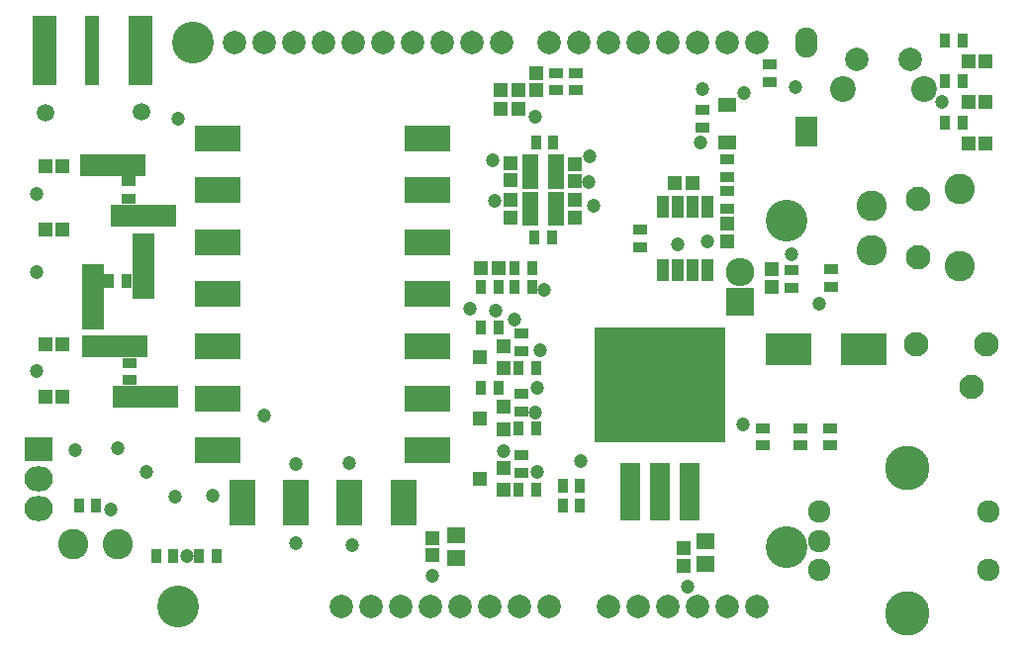
<source format=gts>
G04 #@! TF.GenerationSoftware,KiCad,Pcbnew,5.0.0-fee4fd1~66~ubuntu16.04.1*
G04 #@! TF.CreationDate,2018-08-22T00:33:11+02:00*
G04 #@! TF.ProjectId,ArduTrxShield,41726475547278536869656C642E6B69,x1.1*
G04 #@! TF.SameCoordinates,Original*
G04 #@! TF.FileFunction,Soldermask,Top*
G04 #@! TF.FilePolarity,Negative*
%FSLAX46Y46*%
G04 Gerber Fmt 4.6, Leading zero omitted, Abs format (unit mm)*
G04 Created by KiCad (PCBNEW 5.0.0-fee4fd1~66~ubuntu16.04.1) date Wed Aug 22 00:33:11 2018*
%MOMM*%
%LPD*%
G01*
G04 APERTURE LIST*
%ADD10C,2.000000*%
%ADD11C,3.575000*%
%ADD12R,1.300000X6.000000*%
%ADD13R,2.050000X6.000000*%
%ADD14R,5.560000X1.880000*%
%ADD15R,1.880000X5.560000*%
%ADD16R,4.000000X2.200000*%
%ADD17R,2.200000X4.000000*%
%ADD18R,1.790000X5.000000*%
%ADD19R,11.200000X9.800000*%
%ADD20R,1.000000X1.950000*%
%ADD21R,1.200100X1.200100*%
%ADD22C,1.924000*%
%ADD23C,3.800000*%
%ADD24C,2.100000*%
%ADD25C,2.200000*%
%ADD26O,2.432000X2.127200*%
%ADD27R,2.432000X2.127200*%
%ADD28O,2.432000X2.432000*%
%ADD29R,2.432000X2.432000*%
%ADD30R,3.900120X2.800300*%
%ADD31R,1.200000X1.150000*%
%ADD32R,1.650000X1.400000*%
%ADD33R,1.150000X1.200000*%
%ADD34R,1.197560X1.197560*%
%ADD35R,1.620000X1.310000*%
%ADD36R,0.900000X1.300000*%
%ADD37R,1.300000X0.900000*%
%ADD38O,1.898600X2.597100*%
%ADD39R,1.898600X2.597100*%
%ADD40R,1.460000X1.050000*%
%ADD41C,2.600000*%
%ADD42C,1.200000*%
%ADD43C,1.500000*%
G04 APERTURE END LIST*
D10*
G04 #@! TO.C,CN2*
X118200000Y-79200000D03*
X96356000Y-79200000D03*
X93816000Y-79200000D03*
X91276000Y-79200000D03*
X88736000Y-79200000D03*
X86196000Y-79200000D03*
X83656000Y-79200000D03*
X81116000Y-79200000D03*
X78576000Y-79200000D03*
X76036000Y-79200000D03*
X73496000Y-79200000D03*
X115660000Y-79200000D03*
X113120000Y-79200000D03*
X110580000Y-79200000D03*
X108040000Y-79200000D03*
X105500000Y-79200000D03*
X102960000Y-79200000D03*
X100420000Y-79200000D03*
X100420000Y-127460000D03*
X97880000Y-127460000D03*
X95340000Y-127460000D03*
X92800000Y-127460000D03*
X90260000Y-127460000D03*
X87720000Y-127460000D03*
X85180000Y-127460000D03*
X82640000Y-127460000D03*
X118200000Y-127460000D03*
X115660000Y-127460000D03*
X113120000Y-127460000D03*
X110580000Y-127460000D03*
X108040000Y-127460000D03*
X105500000Y-127460000D03*
D11*
X68670000Y-127460000D03*
X69940000Y-79200000D03*
X120740000Y-122380000D03*
X120740000Y-94440000D03*
G04 #@! TD*
D12*
G04 #@! TO.C,CN1*
X61300000Y-79800000D03*
D13*
X65425000Y-79800000D03*
X57175000Y-79800000D03*
G04 #@! TD*
D14*
G04 #@! TO.C,L1*
X63090000Y-89635000D03*
X65710000Y-93965000D03*
G04 #@! TD*
D15*
G04 #@! TO.C,L2*
X65665000Y-98290000D03*
X61335000Y-100910000D03*
G04 #@! TD*
D14*
G04 #@! TO.C,L3*
X63190000Y-105135000D03*
X65810000Y-109465000D03*
G04 #@! TD*
D16*
G04 #@! TO.C,U1*
X90000000Y-114050000D03*
X72000000Y-114050000D03*
X72000000Y-109600000D03*
X72000000Y-105150000D03*
X72000000Y-100700000D03*
X72000000Y-96250000D03*
X72000000Y-91800000D03*
X72000000Y-87350000D03*
X90000000Y-109600000D03*
X90000000Y-105150000D03*
X90000000Y-100700000D03*
X90000000Y-96250000D03*
X90000000Y-91800000D03*
X90000000Y-87350000D03*
D17*
X78700000Y-118500000D03*
X74100000Y-118500000D03*
X83300000Y-118500000D03*
X87900000Y-118500000D03*
G04 #@! TD*
D18*
G04 #@! TO.C,U2*
X107360000Y-117600000D03*
X112440000Y-117600000D03*
D19*
X109900000Y-108450000D03*
D18*
X109900000Y-117600000D03*
G04 #@! TD*
D20*
G04 #@! TO.C,U3*
X113908500Y-98595500D03*
X112638500Y-98595500D03*
X111368500Y-98595500D03*
X110098500Y-98595500D03*
X110098500Y-93195500D03*
X111368500Y-93195500D03*
X112638500Y-93195500D03*
X113908500Y-93195500D03*
G04 #@! TD*
D21*
G04 #@! TO.C,Q1*
X94501780Y-116500000D03*
X96500760Y-115550000D03*
X96500760Y-117450000D03*
G04 #@! TD*
G04 #@! TO.C,Q2*
X94501780Y-111300000D03*
X96500760Y-110350000D03*
X96500760Y-112250000D03*
G04 #@! TD*
G04 #@! TO.C,Q3*
X94501780Y-106100000D03*
X96500760Y-105150000D03*
X96500760Y-107050000D03*
G04 #@! TD*
D22*
G04 #@! TO.C,SW2*
X123500000Y-119300000D03*
X123500000Y-121800000D03*
X138000000Y-124300000D03*
X123500000Y-124300000D03*
X138000000Y-119300000D03*
D23*
X131000000Y-115600000D03*
X131000000Y-128000000D03*
G04 #@! TD*
D24*
G04 #@! TO.C,CN4*
X137800000Y-104950000D03*
X136500000Y-108650000D03*
X131800000Y-104950000D03*
G04 #@! TD*
D10*
G04 #@! TO.C,SW1*
X126750000Y-80600000D03*
X131250000Y-80600000D03*
D25*
X132500000Y-83100000D03*
X125500000Y-83100000D03*
G04 #@! TD*
D26*
G04 #@! TO.C,CN5*
X56700000Y-119040000D03*
X56700000Y-116500000D03*
D27*
X56700000Y-113960000D03*
G04 #@! TD*
D28*
G04 #@! TO.C,CN6*
X116700000Y-98760000D03*
D29*
X116700000Y-101300000D03*
G04 #@! TD*
D30*
G04 #@! TO.C,C15*
X127351200Y-105400000D03*
X120848800Y-105400000D03*
G04 #@! TD*
D31*
G04 #@! TO.C,C1*
X57250000Y-89700000D03*
X58750000Y-89700000D03*
G04 #@! TD*
G04 #@! TO.C,C2*
X57250000Y-95200000D03*
X58750000Y-95200000D03*
G04 #@! TD*
G04 #@! TO.C,C3*
X57250000Y-105000000D03*
X58750000Y-105000000D03*
G04 #@! TD*
G04 #@! TO.C,C4*
X57250000Y-109500000D03*
X58750000Y-109500000D03*
G04 #@! TD*
G04 #@! TO.C,C5*
X96250000Y-83200000D03*
X97750000Y-83200000D03*
G04 #@! TD*
D32*
G04 #@! TO.C,C6*
X113800000Y-123800000D03*
X113800000Y-121800000D03*
G04 #@! TD*
D33*
G04 #@! TO.C,C7*
X111900000Y-123950000D03*
X111900000Y-122450000D03*
G04 #@! TD*
G04 #@! TO.C,C8*
X90400000Y-123050000D03*
X90400000Y-121550000D03*
G04 #@! TD*
D32*
G04 #@! TO.C,C9*
X92400000Y-123300000D03*
X92400000Y-121300000D03*
G04 #@! TD*
D31*
G04 #@! TO.C,C10*
X94550000Y-98500000D03*
X96050000Y-98500000D03*
G04 #@! TD*
D33*
G04 #@! TO.C,C11*
X115600000Y-96150000D03*
X115600000Y-94650000D03*
G04 #@! TD*
G04 #@! TO.C,C12*
X119400000Y-98550000D03*
X119400000Y-100050000D03*
G04 #@! TD*
D31*
G04 #@! TO.C,C13*
X111150000Y-91200000D03*
X112650000Y-91200000D03*
G04 #@! TD*
G04 #@! TO.C,C14*
X96250000Y-84800000D03*
X97750000Y-84800000D03*
G04 #@! TD*
D33*
G04 #@! TO.C,C16*
X99300000Y-81750000D03*
X99300000Y-83250000D03*
G04 #@! TD*
G04 #@! TO.C,C17*
X97100000Y-89450000D03*
X97100000Y-90950000D03*
G04 #@! TD*
G04 #@! TO.C,C18*
X97100000Y-94150000D03*
X97100000Y-92650000D03*
G04 #@! TD*
G04 #@! TO.C,C19*
X102600000Y-94150000D03*
X102600000Y-92650000D03*
G04 #@! TD*
G04 #@! TO.C,C20*
X102600000Y-89550000D03*
X102600000Y-91050000D03*
G04 #@! TD*
D34*
G04 #@! TO.C,D1*
X136250700Y-84200000D03*
X137749300Y-84200000D03*
G04 #@! TD*
G04 #@! TO.C,D2*
X136250700Y-87800000D03*
X137749300Y-87800000D03*
G04 #@! TD*
G04 #@! TO.C,D3*
X136250700Y-80800000D03*
X137749300Y-80800000D03*
G04 #@! TD*
D35*
G04 #@! TO.C,D4*
X115600000Y-84465000D03*
X115600000Y-87735000D03*
G04 #@! TD*
D36*
G04 #@! TO.C,R1*
X134250000Y-82500000D03*
X135750000Y-82500000D03*
G04 #@! TD*
G04 #@! TO.C,R3*
X97750000Y-117400000D03*
X99250000Y-117400000D03*
G04 #@! TD*
G04 #@! TO.C,R4*
X99150000Y-95800000D03*
X100650000Y-95800000D03*
G04 #@! TD*
G04 #@! TO.C,R5*
X99250000Y-87700000D03*
X100750000Y-87700000D03*
G04 #@! TD*
G04 #@! TO.C,R6*
X134250000Y-86000000D03*
X135750000Y-86000000D03*
G04 #@! TD*
G04 #@! TO.C,R7*
X134250000Y-79000000D03*
X135750000Y-79000000D03*
G04 #@! TD*
G04 #@! TO.C,R8*
X94550000Y-108700000D03*
X96050000Y-108700000D03*
G04 #@! TD*
G04 #@! TO.C,R9*
X97750000Y-112200000D03*
X99250000Y-112200000D03*
G04 #@! TD*
G04 #@! TO.C,R10*
X94550000Y-103500000D03*
X96050000Y-103500000D03*
G04 #@! TD*
G04 #@! TO.C,R11*
X97750000Y-107000000D03*
X99250000Y-107000000D03*
G04 #@! TD*
D37*
G04 #@! TO.C,R12*
X113500000Y-84950000D03*
X113500000Y-86450000D03*
G04 #@! TD*
G04 #@! TO.C,R13*
X102700000Y-83250000D03*
X102700000Y-81750000D03*
G04 #@! TD*
G04 #@! TO.C,R14*
X101000000Y-81750000D03*
X101000000Y-83250000D03*
G04 #@! TD*
D36*
G04 #@! TO.C,R15*
X103050000Y-118800000D03*
X101550000Y-118800000D03*
G04 #@! TD*
G04 #@! TO.C,R16*
X96050000Y-100100000D03*
X94550000Y-100100000D03*
G04 #@! TD*
G04 #@! TO.C,R17*
X101550000Y-117100000D03*
X103050000Y-117100000D03*
G04 #@! TD*
G04 #@! TO.C,R18*
X60150000Y-118800000D03*
X61650000Y-118800000D03*
G04 #@! TD*
D37*
G04 #@! TO.C,R19*
X108200000Y-95150000D03*
X108200000Y-96650000D03*
G04 #@! TD*
D36*
G04 #@! TO.C,R20*
X97450000Y-98500000D03*
X98950000Y-98500000D03*
G04 #@! TD*
D37*
G04 #@! TO.C,R21*
X115600000Y-91850000D03*
X115600000Y-93350000D03*
G04 #@! TD*
G04 #@! TO.C,R22*
X115600000Y-89150000D03*
X115600000Y-90650000D03*
G04 #@! TD*
G04 #@! TO.C,R23*
X121100000Y-98650000D03*
X121100000Y-100150000D03*
G04 #@! TD*
G04 #@! TO.C,R24*
X118700000Y-113650000D03*
X118700000Y-112150000D03*
G04 #@! TD*
G04 #@! TO.C,R25*
X121900000Y-113650000D03*
X121900000Y-112150000D03*
G04 #@! TD*
G04 #@! TO.C,R26*
X124400000Y-113650000D03*
X124400000Y-112150000D03*
G04 #@! TD*
G04 #@! TO.C,R27*
X124500000Y-98550000D03*
X124500000Y-100050000D03*
G04 #@! TD*
G04 #@! TO.C,R28*
X64400000Y-91050000D03*
X64400000Y-92550000D03*
G04 #@! TD*
D36*
G04 #@! TO.C,R29*
X64250000Y-99600000D03*
X62750000Y-99600000D03*
G04 #@! TD*
D37*
G04 #@! TO.C,R30*
X64500000Y-106550000D03*
X64500000Y-108050000D03*
G04 #@! TD*
D36*
G04 #@! TO.C,R31*
X98950000Y-100100000D03*
X97450000Y-100100000D03*
G04 #@! TD*
D37*
G04 #@! TO.C,R32*
X119300000Y-82550000D03*
X119300000Y-81050000D03*
G04 #@! TD*
D38*
G04 #@! TO.C,S1*
X122400000Y-79190000D03*
D39*
X122400000Y-86810000D03*
G04 #@! TD*
D40*
G04 #@! TO.C,U4*
X101000000Y-93400000D03*
X101000000Y-92450000D03*
X101000000Y-94350000D03*
X98800000Y-94350000D03*
X98800000Y-93400000D03*
X98800000Y-92450000D03*
G04 #@! TD*
G04 #@! TO.C,U5*
X98800000Y-90200000D03*
X98800000Y-91150000D03*
X98800000Y-89250000D03*
X101000000Y-89250000D03*
X101000000Y-90200000D03*
X101000000Y-91150000D03*
G04 #@! TD*
D24*
G04 #@! TO.C,CN3*
X132000000Y-97500000D03*
X132000000Y-92500000D03*
D41*
X128000000Y-96900000D03*
X128000000Y-93100000D03*
X135500000Y-91700000D03*
X135500000Y-98300000D03*
G04 #@! TD*
D37*
G04 #@! TO.C,R2*
X98000000Y-115950000D03*
X98000000Y-114450000D03*
G04 #@! TD*
G04 #@! TO.C,R33*
X98000000Y-109250000D03*
X98000000Y-110750000D03*
G04 #@! TD*
G04 #@! TO.C,R34*
X98000000Y-105550000D03*
X98000000Y-104050000D03*
G04 #@! TD*
D36*
G04 #@! TO.C,R35*
X71900000Y-123100000D03*
X70400000Y-123100000D03*
G04 #@! TD*
G04 #@! TO.C,R36*
X66750000Y-123100000D03*
X68250000Y-123100000D03*
G04 #@! TD*
D41*
G04 #@! TO.C,CN7*
X59695000Y-122100000D03*
X63505000Y-122100000D03*
G04 #@! TD*
D42*
X113950000Y-96150000D03*
X121100000Y-97300000D03*
X103900000Y-88900000D03*
X100000000Y-100300000D03*
X112200000Y-125700000D03*
X68600000Y-85700000D03*
X59800000Y-114000000D03*
X78700000Y-115200000D03*
X76000000Y-111100000D03*
X68400000Y-118000000D03*
X63500000Y-113900000D03*
X65900000Y-115900000D03*
X71600000Y-117900000D03*
X56500000Y-107300000D03*
X56500000Y-98800000D03*
X56500000Y-92100000D03*
X96500000Y-114100000D03*
X97400000Y-102900000D03*
X104200000Y-93100000D03*
X95600000Y-89200000D03*
X83500000Y-122200000D03*
X78700000Y-122000000D03*
X83300000Y-115100000D03*
X90400000Y-124800000D03*
D43*
X57300000Y-85200000D03*
X65500000Y-85100000D03*
D42*
X99400000Y-108700000D03*
X123500000Y-101500000D03*
X95700000Y-92700000D03*
X95800000Y-102100000D03*
X109900000Y-108450000D03*
X111400000Y-96400000D03*
X62900000Y-119100000D03*
X69400000Y-123100000D03*
X103100000Y-115000000D03*
X113500000Y-83100000D03*
X99400000Y-115900000D03*
X99200000Y-110800000D03*
X99600000Y-105500000D03*
X134000000Y-84200000D03*
X93600000Y-101900000D03*
X121500000Y-83000000D03*
X117100000Y-83500000D03*
X99200000Y-85500000D03*
X117000000Y-111800000D03*
X113300000Y-87700000D03*
X103800000Y-91100000D03*
M02*

</source>
